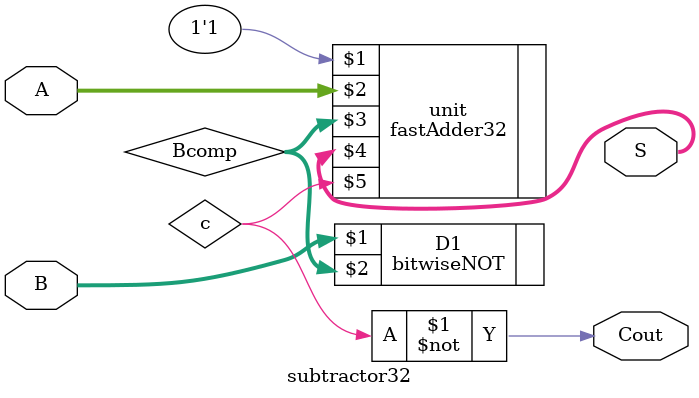
<source format=v>
`timescale 1ns / 1ps

module subtractor32(
       input [31:0]A,B,
       output [31:0]S,
       output Cout
       
    );
		wire c;
        wire [31:0] Bcomp;
        bitwiseNOT D1(B, Bcomp);
        wire [31:0]Sin,Scomp;
        fastAdder32 unit(1'b1,A,Bcomp,S,c);
		assign Cout=~c;
endmodule

</source>
